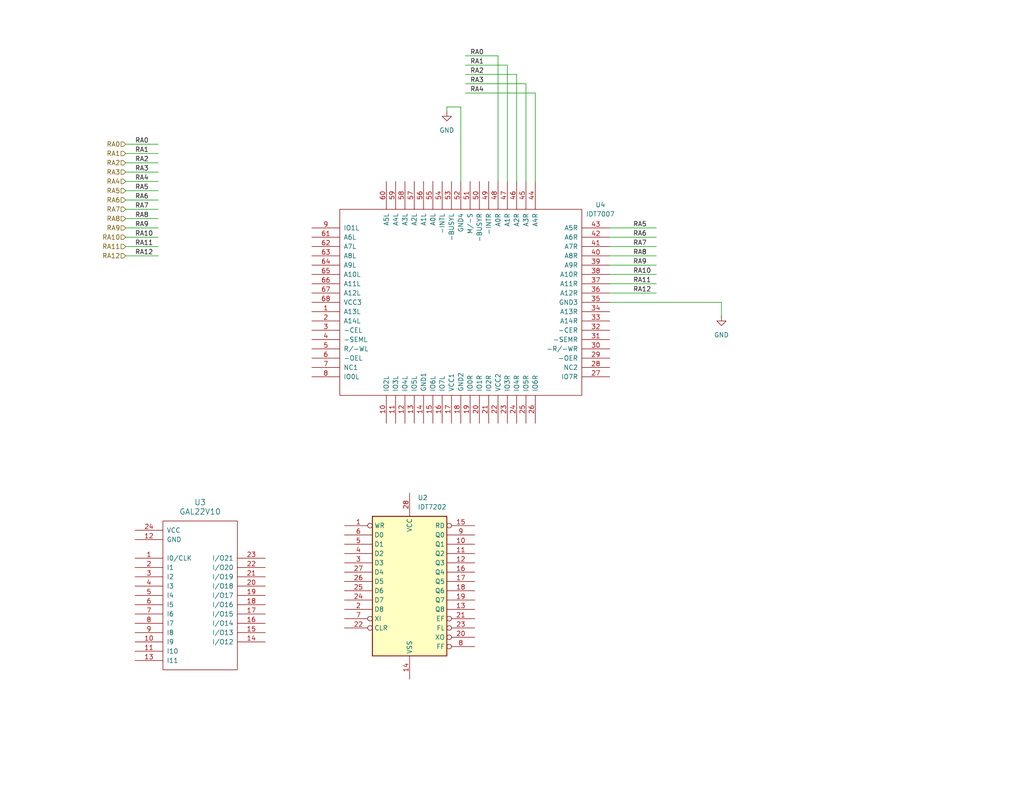
<source format=kicad_sch>
(kicad_sch (version 20231120) (generator "eeschema") (generator_version "8.0")
  (paper "USLetter")
  (title_block (title "Fetch data from VRAM") (company "daveho hacks"))
  (lib_symbols
    (symbol "IDT7007:IDT7007" (pin_names (offset 1.016))
      (property "Reference" "U" (at 0 -2.54 0))
      (property "Value" "IDT7007" (at 0 2.54 0))
      (symbol "IDT7007_1_0"
        (rectangle (start -33.02 -25.4) (end 33.02 25.4))
      )
      (symbol "IDT7007_1_1"
        (pin input line (at -40.64 -2.54 0) (length 7.62) (name "A13L") (number "1"))
        (pin bidirectional line (at -20.32 -33.02 90) (length 7.62) (name "IO2L") (number "10"))
        (pin bidirectional line (at -17.78 -33.02 90) (length 7.62) (name "IO3L") (number "11"))
        (pin bidirectional line (at -15.24 -33.02 90) (length 7.62) (name "IO4L") (number "12"))
        (pin bidirectional line (at -12.7 -33.02 90) (length 7.62) (name "IO5L") (number "13"))
        (pin power_in line (at -10.16 -33.02 90) (length 7.62) (name "GND1") (number "14"))
        (pin bidirectional line (at -7.62 -33.02 90) (length 7.62) (name "IO6L") (number "15"))
        (pin bidirectional line (at -5.08 -33.02 90) (length 7.62) (name "IO7L") (number "16"))
        (pin power_in line (at -2.54 -33.02 90) (length 7.62) (name "VCC1") (number "17"))
        (pin power_in line (at 0 -33.02 90) (length 7.62) (name "GND2") (number "18"))
        (pin bidirectional line (at 2.54 -33.02 90) (length 7.62) (name "IO0R") (number "19"))
        (pin input line (at -40.64 -5.08 0) (length 7.62) (name "A14L") (number "2"))
        (pin bidirectional line (at 5.08 -33.02 90) (length 7.62) (name "IO1R") (number "20"))
        (pin bidirectional line (at 7.62 -33.02 90) (length 7.62) (name "IO2R") (number "21"))
        (pin power_in line (at 10.16 -33.02 90) (length 7.62) (name "VCC2") (number "22"))
        (pin bidirectional line (at 12.7 -33.02 90) (length 7.62) (name "IO3R") (number "23"))
        (pin bidirectional line (at 15.24 -33.02 90) (length 7.62) (name "IO4R") (number "24"))
        (pin bidirectional line (at 17.78 -33.02 90) (length 7.62) (name "IO5R") (number "25"))
        (pin bidirectional line (at 20.32 -33.02 90) (length 7.62) (name "IO6R") (number "26"))
        (pin bidirectional line (at 40.64 -20.32 180) (length 7.62) (name "IO7R") (number "27"))
        (pin unspecified line (at 40.64 -17.78 180) (length 7.62) (name "NC2") (number "28"))
        (pin input line (at 40.64 -15.24 180) (length 7.62) (name "-OER") (number "29"))
        (pin input line (at -40.64 -7.62 0) (length 7.62) (name "-CEL") (number "3"))
        (pin input line (at 40.64 -12.7 180) (length 7.62) (name "-R/-WR") (number "30"))
        (pin input line (at 40.64 -10.16 180) (length 7.62) (name "-SEMR") (number "31"))
        (pin input line (at 40.64 -7.62 180) (length 7.62) (name "-CER") (number "32"))
        (pin input line (at 40.64 -5.08 180) (length 7.62) (name "A14R") (number "33"))
        (pin input line (at 40.64 -2.54 180) (length 7.62) (name "A13R") (number "34"))
        (pin power_in line (at 40.64 0 180) (length 7.62) (name "GND3") (number "35"))
        (pin input line (at 40.64 2.54 180) (length 7.62) (name "A12R") (number "36"))
        (pin input line (at 40.64 5.08 180) (length 7.62) (name "A11R") (number "37"))
        (pin input line (at 40.64 7.62 180) (length 7.62) (name "A10R") (number "38"))
        (pin input line (at 40.64 10.16 180) (length 7.62) (name "A9R") (number "39"))
        (pin input line (at -40.64 -10.16 0) (length 7.62) (name "-SEML") (number "4"))
        (pin input line (at 40.64 12.7 180) (length 7.62) (name "A8R") (number "40"))
        (pin input line (at 40.64 15.24 180) (length 7.62) (name "A7R") (number "41"))
        (pin input line (at 40.64 17.78 180) (length 7.62) (name "A6R") (number "42"))
        (pin input line (at 40.64 20.32 180) (length 7.62) (name "A5R") (number "43"))
        (pin input line (at 20.32 33.02 270) (length 7.62) (name "A4R") (number "44"))
        (pin input line (at 17.78 33.02 270) (length 7.62) (name "A3R") (number "45"))
        (pin input line (at 15.24 33.02 270) (length 7.62) (name "A2R") (number "46"))
        (pin input line (at 12.7 33.02 270) (length 7.62) (name "A1R") (number "47"))
        (pin input line (at 10.16 33.02 270) (length 7.62) (name "A0R") (number "48"))
        (pin input line (at 7.62 33.02 270) (length 7.62) (name "-INTR") (number "49"))
        (pin input line (at -40.64 -12.7 0) (length 7.62) (name "R/-WL") (number "5"))
        (pin input line (at 5.08 33.02 270) (length 7.62) (name "-BUSYR") (number "50"))
        (pin input line (at 2.54 33.02 270) (length 7.62) (name "M/-S") (number "51"))
        (pin power_in line (at 0 33.02 270) (length 7.62) (name "GND4") (number "52"))
        (pin input line (at -2.54 33.02 270) (length 7.62) (name "-BUSYL") (number "53"))
        (pin input line (at -5.08 33.02 270) (length 7.62) (name "-INTL") (number "54"))
        (pin input line (at -7.62 33.02 270) (length 7.62) (name "A0L") (number "55"))
        (pin input line (at -10.16 33.02 270) (length 7.62) (name "A1L") (number "56"))
        (pin input line (at -12.7 33.02 270) (length 7.62) (name "A2L") (number "57"))
        (pin input line (at -15.24 33.02 270) (length 7.62) (name "A3L") (number "58"))
        (pin input line (at -17.78 33.02 270) (length 7.62) (name "A4L") (number "59"))
        (pin input line (at -40.64 -15.24 0) (length 7.62) (name "-OEL") (number "6"))
        (pin input line (at -20.32 33.02 270) (length 7.62) (name "A5L") (number "60"))
        (pin input line (at -40.64 17.78 0) (length 7.62) (name "A6L") (number "61"))
        (pin input line (at -40.64 15.24 0) (length 7.62) (name "A7L") (number "62"))
        (pin input line (at -40.64 12.7 0) (length 7.62) (name "A8L") (number "63"))
        (pin input line (at -40.64 10.16 0) (length 7.62) (name "A9L") (number "64"))
        (pin input line (at -40.64 7.62 0) (length 7.62) (name "A10L") (number "65"))
        (pin input line (at -40.64 5.08 0) (length 7.62) (name "A11L") (number "66"))
        (pin input line (at -40.64 2.54 0) (length 7.62) (name "A12L") (number "67"))
        (pin power_in line (at -40.64 0 0) (length 7.62) (name "VCC3") (number "68"))
        (pin unspecified line (at -40.64 -17.78 0) (length 7.62) (name "NC1") (number "7"))
        (pin bidirectional line (at -40.64 -20.32 0) (length 7.62) (name "IO0L") (number "8"))
        (pin bidirectional line (at -40.64 20.32 0) (length 7.62) (name "IO1L") (number "9"))
      )
    )
    (symbol "Memory_RAM:IDT7202"
      (property "Reference" "U" (at -8.89 20.32 0))
      (property "Value" "IDT7202" (at 6.35 20.32 0))
      (symbol "IDT7202_0_1"
        (rectangle (start -10.16 -19.05) (end 10.16 19.05) (stroke (width 0.254)) (fill (type background)))
      )
      (symbol "IDT7202_1_1"
        (pin input inverted (at -17.78 16.51 0) (length 7.62) (name "WR") (number "1"))
        (pin tri_state line (at 17.78 11.43 180) (length 7.62) (name "Q1") (number "10"))
        (pin tri_state line (at 17.78 8.89 180) (length 7.62) (name "Q2") (number "11"))
        (pin tri_state line (at 17.78 6.35 180) (length 7.62) (name "Q3") (number "12"))
        (pin tri_state line (at 17.78 -6.35 180) (length 7.62) (name "Q8") (number "13"))
        (pin power_in line (at 0 -25.4 90) (length 6.35) (name "VSS") (number "14"))
        (pin input inverted (at 17.78 16.51 180) (length 7.62) (name "RD") (number "15"))
        (pin tri_state line (at 17.78 3.81 180) (length 7.62) (name "Q4") (number "16"))
        (pin tri_state line (at 17.78 1.27 180) (length 7.62) (name "Q5") (number "17"))
        (pin tri_state line (at 17.78 -1.27 180) (length 7.62) (name "Q6") (number "18"))
        (pin tri_state line (at 17.78 -3.81 180) (length 7.62) (name "Q7") (number "19"))
        (pin input line (at -17.78 -6.35 0) (length 7.62) (name "D8") (number "2"))
        (pin input inverted (at 17.78 -13.97 180) (length 7.62) (name "XO") (number "20"))
        (pin output inverted (at 17.78 -8.89 180) (length 7.62) (name "EF") (number "21"))
        (pin input inverted (at -17.78 -11.43 0) (length 7.62) (name "CLR") (number "22"))
        (pin input inverted (at 17.78 -11.43 180) (length 7.62) (name "FL") (number "23"))
        (pin input line (at -17.78 -3.81 0) (length 7.62) (name "D7") (number "24"))
        (pin input line (at -17.78 -1.27 0) (length 7.62) (name "D6") (number "25"))
        (pin input line (at -17.78 1.27 0) (length 7.62) (name "D5") (number "26"))
        (pin input line (at -17.78 3.81 0) (length 7.62) (name "D4") (number "27"))
        (pin power_in line (at 0 25.4 270) (length 6.35) (name "VCC") (number "28"))
        (pin input line (at -17.78 6.35 0) (length 7.62) (name "D3") (number "3"))
        (pin input line (at -17.78 8.89 0) (length 7.62) (name "D2") (number "4"))
        (pin input line (at -17.78 11.43 0) (length 7.62) (name "D1") (number "5"))
        (pin input line (at -17.78 13.97 0) (length 7.62) (name "D0") (number "6"))
        (pin input inverted (at -17.78 -8.89 0) (length 7.62) (name "XI") (number "7"))
        (pin output inverted (at 17.78 -16.51 180) (length 7.62) (name "FF") (number "8"))
        (pin tri_state line (at 17.78 13.97 180) (length 7.62) (name "Q0") (number "9"))
      )
    )
    (symbol "power:GND" (power) (pin_numbers hide) (pin_names (offset 0) hide)
      (property "Value" "GND" (at 0 -3.81 0))
      (symbol "GND_0_1"
        (polyline (pts (xy 0 0) (xy 0 -1.27) (xy 1.27 -1.27) (xy 0 -2.54) (xy -1.27 -1.27) (xy 0 -1.27)))
      )
      (symbol "GND_1_1"
        (pin power_in line (at 0 0 270) (length 0) (name "~") (number "1"))
      )
    )
    (symbol "ya68k:GAL22V10" (pin_names (offset 1.016))
      (property "Reference" "U" (at -1.27 20.32 0))
      (property "Value" "GAL22V10" (at 0 -24.13 0))
      (symbol "GAL22V10_0_1"
        (rectangle (start -10.16 19.05) (end 10.16 -21.59))
      )
      (symbol "GAL22V10_1_1"
        (pin input line (at -17.78 8.89 0) (length 7.62) (name "I0/CLK") (number "1"))
        (pin input line (at -17.78 -13.97 0) (length 7.62) (name "I9") (number "10"))
        (pin input line (at -17.78 -16.51 0) (length 7.62) (name "I10") (number "11"))
        (pin power_in line (at -17.78 13.97 0) (length 7.62) (name "GND") (number "12"))
        (pin input line (at -17.78 -19.05 0) (length 7.62) (name "I11") (number "13"))
        (pin bidirectional line (at 17.78 -13.97 180) (length 7.62) (name "I/O12") (number "14"))
        (pin bidirectional line (at 17.78 -11.43 180) (length 7.62) (name "I/O13") (number "15"))
        (pin bidirectional line (at 17.78 -8.89 180) (length 7.62) (name "I/O14") (number "16"))
        (pin bidirectional line (at 17.78 -6.35 180) (length 7.62) (name "I/O15") (number "17"))
        (pin bidirectional line (at 17.78 -3.81 180) (length 7.62) (name "I/O16") (number "18"))
        (pin bidirectional line (at 17.78 -1.27 180) (length 7.62) (name "I/O17") (number "19"))
        (pin input line (at -17.78 6.35 0) (length 7.62) (name "I1") (number "2"))
        (pin bidirectional line (at 17.78 1.27 180) (length 7.62) (name "I/O18") (number "20"))
        (pin bidirectional line (at 17.78 3.81 180) (length 7.62) (name "I/O19") (number "21"))
        (pin bidirectional line (at 17.78 6.35 180) (length 7.62) (name "I/O20") (number "22"))
        (pin bidirectional line (at 17.78 8.89 180) (length 7.62) (name "I/O21") (number "23"))
        (pin power_in line (at -17.78 16.51 0) (length 7.62) (name "VCC") (number "24"))
        (pin input line (at -17.78 3.81 0) (length 7.62) (name "I2") (number "3"))
        (pin input line (at -17.78 1.27 0) (length 7.62) (name "I3") (number "4"))
        (pin input line (at -17.78 -1.27 0) (length 7.62) (name "I4") (number "5"))
        (pin input line (at -17.78 -3.81 0) (length 7.62) (name "I5") (number "6"))
        (pin input line (at -17.78 -6.35 0) (length 7.62) (name "I6") (number "7"))
        (pin input line (at -17.78 -8.89 0) (length 7.62) (name "I7") (number "8"))
        (pin input line (at -17.78 -11.43 0) (length 7.62) (name "I8") (number "9"))
      )
    )
  )
  (wire (pts (xy 34.29 44.45) (xy 43.18 44.45)))
  (wire (pts (xy 143.51 49.53) (xy 143.51 22.86)))
  (wire (pts (xy 166.37 80.01) (xy 179.07 80.01)))
  (wire (pts (xy 127 22.86) (xy 143.51 22.86)))
  (wire (pts (xy 34.29 39.37) (xy 43.18 39.37)))
  (wire (pts (xy 135.89 49.53) (xy 135.89 15.24)))
  (wire (pts (xy 34.29 59.69) (xy 43.18 59.69)))
  (wire (pts (xy 34.29 69.85) (xy 43.18 69.85)))
  (wire (pts (xy 34.29 52.07) (xy 43.18 52.07)))
  (wire (pts (xy 121.92 29.21) (xy 125.73 29.21)))
  (wire (pts (xy 166.37 82.55) (xy 196.85 82.55)))
  (wire (pts (xy 127 17.78) (xy 138.43 17.78)))
  (wire (pts (xy 166.37 62.23) (xy 179.07 62.23)))
  (wire (pts (xy 125.73 49.53) (xy 125.73 29.21)))
  (wire (pts (xy 34.29 46.99) (xy 43.18 46.99)))
  (wire (pts (xy 34.29 57.15) (xy 43.18 57.15)))
  (wire (pts (xy 34.29 64.77) (xy 43.18 64.77)))
  (wire (pts (xy 196.85 82.55) (xy 196.85 86.36)))
  (wire (pts (xy 166.37 67.31) (xy 179.07 67.31)))
  (wire (pts (xy 34.29 62.23) (xy 43.18 62.23)))
  (wire (pts (xy 127 15.24) (xy 135.89 15.24)))
  (wire (pts (xy 146.05 49.53) (xy 146.05 25.4)))
  (wire (pts (xy 138.43 49.53) (xy 138.43 17.78)))
  (wire (pts (xy 121.92 29.21) (xy 121.92 30.48)))
  (wire (pts (xy 166.37 69.85) (xy 179.07 69.85)))
  (wire (pts (xy 166.37 74.93) (xy 179.07 74.93)))
  (wire (pts (xy 140.97 49.53) (xy 140.97 20.32)))
  (wire (pts (xy 166.37 77.47) (xy 179.07 77.47)))
  (wire (pts (xy 34.29 67.31) (xy 43.18 67.31)))
  (wire (pts (xy 34.29 41.91) (xy 43.18 41.91)))
  (wire (pts (xy 127 20.32) (xy 140.97 20.32)))
  (wire (pts (xy 166.37 64.77) (xy 179.07 64.77)))
  (wire (pts (xy 166.37 72.39) (xy 179.07 72.39)))
  (wire (pts (xy 127 25.4) (xy 146.05 25.4)))
  (wire (pts (xy 34.29 54.61) (xy 43.18 54.61)))
  (wire (pts (xy 34.29 49.53) (xy 43.18 49.53)))
  (label "RA8" (at 36.83 59.69 0))
  (label "RA4" (at 128.27 25.4 0))
  (label "RA3" (at 128.27 22.86 0))
  (label "RA6" (at 36.83 54.61 0))
  (label "RA9" (at 172.72 72.39 0))
  (label "RA9" (at 36.83 62.23 0))
  (label "RA1" (at 128.27 17.78 0))
  (label "RA0" (at 128.27 15.24 0))
  (label "RA8" (at 172.72 69.85 0))
  (label "RA5" (at 36.83 52.07 0))
  (label "RA12" (at 36.83 69.85 0))
  (label "RA11" (at 172.72 77.47 0))
  (label "RA4" (at 36.83 49.53 0))
  (label "RA2" (at 128.27 20.32 0))
  (label "RA6" (at 172.72 64.77 0))
  (label "RA0" (at 36.83 39.37 0))
  (label "RA10" (at 36.83 64.77 0))
  (label "RA5" (at 172.72 62.23 0))
  (label "RA11" (at 36.83 67.31 0))
  (label "RA10" (at 172.72 74.93 0))
  (label "RA12" (at 172.72 80.01 0))
  (label "RA2" (at 36.83 44.45 0))
  (label "RA3" (at 36.83 46.99 0))
  (label "RA7" (at 172.72 67.31 0))
  (label "RA1" (at 36.83 41.91 0))
  (label "RA7" (at 36.83 57.15 0))
  (hierarchical_label "RA10" (shape input) (at 34.29 64.77 180))
  (hierarchical_label "RA5" (shape input) (at 34.29 52.07 180))
  (hierarchical_label "RA9" (shape input) (at 34.29 62.23 180))
  (hierarchical_label "RA2" (shape input) (at 34.29 44.45 180))
  (hierarchical_label "RA12" (shape input) (at 34.29 69.85 180))
  (hierarchical_label "RA0" (shape input) (at 34.29 39.37 180))
  (hierarchical_label "RA3" (shape input) (at 34.29 46.99 180))
  (hierarchical_label "RA4" (shape input) (at 34.29 49.53 180))
  (hierarchical_label "RA7" (shape input) (at 34.29 57.15 180))
  (hierarchical_label "RA11" (shape input) (at 34.29 67.31 180))
  (hierarchical_label "RA1" (shape input) (at 34.29 41.91 180))
  (hierarchical_label "RA6" (shape input) (at 34.29 54.61 180))
  (hierarchical_label "RA8" (shape input) (at 34.29 59.69 180))
  (symbol (lib_id "power:GND") (at 196.85 86.36 0) (unit 1)
    (property "Reference" "#PWR085" (effects (hide yes)))
    (property "Value" "GND" (at 196.85 91.44 0))
    (property "Description" "Power symbol creates a global label with name \"GND\" , ground" (effects (hide yes)))
  )
  (symbol (lib_id "Memory_RAM:IDT7202") (at 111.76 160.02 0) (unit 1)
    (property "Reference" "U2" (at 113.9541 135.89 0) (effects (justify left)))
    (property "Value" "IDT7202" (at 113.9541 138.43 0) (effects (justify left)))
  )
  (symbol (lib_id "power:GND") (at 300.99 24.13 0) (unit 1)
    (property "Reference" "#PWR084" (effects (hide yes)))
    (property "Value" "GND" (at 300.99 29.21 0))
    (property "Description" "Power symbol creates a global label with name \"GND\" , ground" (effects (hide yes)))
  )
  (symbol (lib_id "power:GND") (at 121.92 30.48 0) (unit 1)
    (property "Reference" "#PWR086" (effects (hide yes)))
    (property "Value" "GND" (at 121.92 35.56 0))
    (property "Description" "Power symbol creates a global label with name \"GND\" , ground" (effects (hide yes)))
  )
  (symbol (lib_id "ya68k:GAL22V10") (at 54.61 161.29 0) (unit 1)
    (property "Reference" "U3" (at 54.61 137.16 0) (effects (font (size 1.524 1.524))))
    (property "Value" "GAL22V10" (at 54.61 139.7 0) (effects (font (size 1.524 1.524))))
  )
  (symbol (lib_id "IDT7007:IDT7007") (at 125.73 82.55 0) (unit 1)
    (property "Reference" "U4" (at 163.83 55.9114 0))
    (property "Value" "IDT7007" (at 163.83 58.4514 0))
    (property "Footprint" "MODULE" (effects (hide yes)))
    (property "Datasheet" "DOCUMENTATION" (effects (hide yes)))
  )
)
</source>
